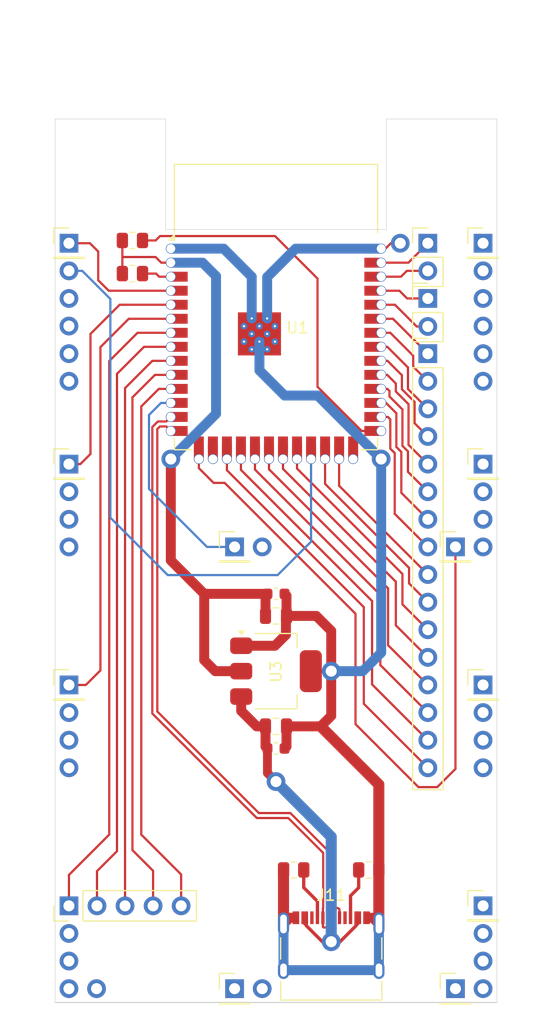
<source format=kicad_pcb>
(kicad_pcb (version 20241229) (generator "pcbnew") (generator_version "9.0")
  (layers (0 "F.Cu" signal) (2 "B.Cu" signal) (13 "F.Paste" user) (15 "B.Paste" user) (5 "F.SilkS" user "F.Silkscreen") (7 "B.SilkS" user "B.Silkscreen") (1 "F.Mask" user) (3 "B.Mask" user) (25 "Edge.Cuts" user))
  (net 0 "")
  (net 1 "y0")
  (net 2 "GND")
  (net 3 "Net-(J12-Pin_2)")
  (net 4 "y1")
  (net 5 "unconnected-(U1-IO21-Pad23)")
  (net 6 "y2")
  (net 7 "y3")
  (net 8 "Net-(J12-Pin_1)")
  (net 9 "y4")
  (net 10 "d+")
  (net 11 "y5")
  (net 12 "y6")
  (net 13 "y7")
  (net 14 "x0")
  (net 15 "unconnected-(U1-IO45-Pad26)")
  (net 16 "Net-(J4-Pin_1)")
  (net 17 "unconnected-(U1-IO46-Pad16)")
  (net 18 "d-")
  (net 19 "Net-(J4-Pin_2)")
  (net 20 "x1")
  (net 21 "Net-(J11-CC2)")
  (net 22 "Net-(J11-CC1)")
  (net 25 "Net-(U1-EN)")
  (net 26 "Net-(U1-IO0)")
  (net 27 "+3V3")
  (net 28 "+5V")
  (net 29 "Net-(J13-Pin_6)")
  (net 30 "Net-(J13-Pin_7)")
  (net 31 "Net-(J13-Pin_4)")
  (net 32 "Net-(J13-Pin_2)")
  (net 33 "Net-(J13-Pin_3)")
  (net 34 "Net-(J13-Pin_1)")
  (net 35 "Net-(J13-Pin_5)")
  (net 36 "Net-(J13-Pin_8)")
  (net 37 "v14")
  (net 38 "v11")
  (net 39 "v13")
  (net 40 "v15")
  (net 41 "v9")
  (net 42 "v10")
  (net 43 "v12")
  (net 44 "v16")
  (footprint "RF_Module:ESP32-S3-WROOM-1" (layer "F.Cu") (at 40 37)
    (property "Reference" "U1" (at 1.95 1.9 0) (layer "F.SilkS"))
    (property "Value" "ESP32-S3-WROOM-1" (hide yes))
    (pad "1" smd rect (at -8.75 -5.26) (size 1.5 0.9) (layers "F.Cu" "F.Mask" "F.Paste") (net 2 "GND"))
    (pad "2" smd rect (at -8.75 -3.99) (size 1.5 0.9) (layers "F.Cu" "F.Mask" "F.Paste") (net 27 "+3V3"))
    (pad "3" smd rect (at -8.75 -2.72) (size 1.5 0.9) (layers "F.Cu" "F.Mask" "F.Paste") (net 25 "Net-(U1-EN)"))
    (pad "4" smd rect (at -8.75 -1.45) (size 1.5 0.9) (layers "F.Cu" "F.Mask" "F.Paste") (net 1 "y0"))
    (pad "5" smd rect (at -8.75 -0.18) (size 1.5 0.9) (layers "F.Cu" "F.Mask" "F.Paste") (net 4 "y1"))
    (pad "6" smd rect (at -8.75 1.09) (size 1.5 0.9) (layers "F.Cu" "F.Mask" "F.Paste") (net 6 "y2"))
    (pad "7" smd rect (at -8.75 2.36) (size 1.5 0.9) (layers "F.Cu" "F.Mask" "F.Paste") (net 7 "y3"))
    (pad "8" smd rect (at -8.75 3.63) (size 1.5 0.9) (layers "F.Cu" "F.Mask" "F.Paste") (net 9 "y4"))
    (pad "9" smd rect (at -8.75 4.9) (size 1.5 0.9) (layers "F.Cu" "F.Mask" "F.Paste") (net 11 "y5"))
    (pad "10" smd rect (at -8.75 6.17) (size 1.5 0.9) (layers "F.Cu" "F.Mask" "F.Paste") (net 12 "y6"))
    (pad "11" smd rect (at -8.75 7.44) (size 1.5 0.9) (layers "F.Cu" "F.Mask" "F.Paste") (net 13 "y7"))
    (pad "12" smd rect (at -8.75 8.71) (size 1.5 0.9) (layers "F.Cu" "F.Mask" "F.Paste") (net 20 "x1"))
    (pad "13" smd rect (at -8.75 9.98) (size 1.5 0.9) (layers "F.Cu" "F.Mask" "F.Paste") (net 18 "d-"))
    (pad "14" smd rect (at -8.75 11.25 180) (size 1.5 0.9) (layers "F.Cu" "F.Mask" "F.Paste") (net 10 "d+"))
    (pad "15" smd rect (at -6.985 12.5 270) (size 1.5 0.9) (layers "F.Cu" "F.Mask" "F.Paste") (net 14 "x0"))
    (pad "16" smd rect (at -5.715 12.5 270) (size 1.5 0.9) (layers "F.Cu" "F.Mask" "F.Paste") (net 17 "unconnected-(U1-IO46-Pad16)"))
    (pad "17" smd rect (at -4.445 12.5 270) (size 1.5 0.9) (layers "F.Cu" "F.Mask" "F.Paste") (net 44 "v16"))
    (pad "18" smd rect (at -3.175 12.5 270) (size 1.5 0.9) (layers "F.Cu" "F.Mask" "F.Paste") (net 40 "v15"))
    (pad "19" smd rect (at -1.905 12.5 270) (size 1.5 0.9) (layers "F.Cu" "F.Mask" "F.Paste") (net 37 "v14"))
    (pad "20" smd rect (at -0.635 12.5 270) (size 1.5 0.9) (layers "F.Cu" "F.Mask" "F.Paste") (net 39 "v13"))
    (pad "21" smd rect (at 0.635 12.5 270) (size 1.5 0.9) (layers "F.Cu" "F.Mask" "F.Paste") (net 43 "v12"))
    (pad "22" smd rect (at 1.905 12.5 270) (size 1.5 0.9) (layers "F.Cu" "F.Mask" "F.Paste") (net 38 "v11"))
    (pad "23" smd rect (at 3.175 12.5 270) (size 1.5 0.9) (layers "F.Cu" "F.Mask" "F.Paste") (net 5 "unconnected-(U1-IO21-Pad23)"))
    (pad "24" smd rect (at 4.445 12.5 270) (size 1.5 0.9) (layers "F.Cu" "F.Mask" "F.Paste") (net 42 "v10"))
    (pad "25" smd rect (at 5.715 12.5 270) (size 1.5 0.9) (layers "F.Cu" "F.Mask" "F.Paste") (net 41 "v9"))
    (pad "26" smd rect (at 6.985 12.5 270) (size 1.5 0.9) (layers "F.Cu" "F.Mask" "F.Paste") (net 15 "unconnected-(U1-IO45-Pad26)"))
    (pad "27" smd rect (at 8.75 11.25) (size 1.5 0.9) (layers "F.Cu" "F.Mask" "F.Paste") (net 26 "Net-(U1-IO0)"))
    (pad "28" smd rect (at 8.75 9.98) (size 1.5 0.9) (layers "F.Cu" "F.Mask" "F.Paste") (net 36 "Net-(J13-Pin_8)"))
    (pad "29" smd rect (at 8.75 8.71) (size 1.5 0.9) (layers "F.Cu" "F.Mask" "F.Paste") (net 30 "Net-(J13-Pin_7)"))
    (pad "30" smd rect (at 8.75 7.44) (size 1.5 0.9) (layers "F.Cu" "F.Mask" "F.Paste") (net 29 "Net-(J13-Pin_6)"))
    (pad "31" smd rect (at 8.75 6.17) (size 1.5 0.9) (layers "F.Cu" "F.Mask" "F.Paste") (net 35 "Net-(J13-Pin_5)"))
    (pad "32" smd rect (at 8.75 4.9) (size 1.5 0.9) (layers "F.Cu" "F.Mask" "F.Paste") (net 31 "Net-(J13-Pin_4)"))
    (pad "33" smd rect (at 8.75 3.63) (size 1.5 0.9) (layers "F.Cu" "F.Mask" "F.Paste") (net 33 "Net-(J13-Pin_3)"))
    (pad "34" smd rect (at 8.75 2.36) (size 1.5 0.9) (layers "F.Cu" "F.Mask" "F.Paste") (net 32 "Net-(J13-Pin_2)"))
    (pad "35" smd rect (at 8.75 1.09) (size 1.5 0.9) (layers "F.Cu" "F.Mask" "F.Paste") (net 34 "Net-(J13-Pin_1)"))
    (pad "36" smd rect (at 8.75 -0.18) (size 1.5 0.9) (layers "F.Cu" "F.Mask" "F.Paste") (net 3 "Net-(J12-Pin_2)"))
    (pad "37" smd rect (at 8.75 -1.45) (size 1.5 0.9) (layers "F.Cu" "F.Mask" "F.Paste") (net 8 "Net-(J12-Pin_1)"))
    (pad "38" smd rect (at 8.75 -2.72) (size 1.5 0.9) (layers "F.Cu" "F.Mask" "F.Paste") (net 19 "Net-(J4-Pin_2)"))
    (pad "39" smd rect (at 8.75 -3.99) (size 1.5 0.9) (layers "F.Cu" "F.Mask" "F.Paste") (net 16 "Net-(J4-Pin_1)"))
    (pad "40" smd rect (at 8.75 -5.26) (size 1.5 0.9) (layers "F.Cu" "F.Mask" "F.Paste") (net 2 "GND"))
    (pad "41" thru_hole circle (at -2.9 1.76 90) (size 0.6 0.6) (drill 0.2) (property pad_prop_heatsink) (layers "*.Cu" "F.Mask") (net 2 "GND"))
    (pad "41" thru_hole circle (at -2.9 3.16) (size 0.6 0.6) (drill 0.2) (property pad_prop_heatsink) (layers "*.Cu" "F.Mask") (net 2 "GND"))
    (pad "41" thru_hole circle (at -2.2 1.06) (size 0.6 0.6) (drill 0.2) (property pad_prop_heatsink) (layers "*.Cu" "F.Mask") (net 2 "GND"))
    (pad "41" thru_hole circle (at -2.2 2.46) (size 0.6 0.6) (drill 0.2) (property pad_prop_heatsink) (layers "*.Cu" "F.Mask") (net 2 "GND"))
    (pad "41" thru_hole circle (at -2.2 3.86) (size 0.6 0.6) (drill 0.2) (property pad_prop_heatsink) (layers "*.Cu" "F.Mask") (net 2 "GND"))
    (pad "41" thru_hole circle (at -1.5 1.76) (size 0.6 0.6) (drill 0.2) (property pad_prop_heatsink) (layers "*.Cu" "F.Mask") (net 2 "GND"))
    (pad "41" smd rect (at -1.5 2.46 270) (size 3.9 3.9) (property pad_prop_heatsink) (layers "F.Cu" "F.Mask") (net 2 "GND"))
    (pad "41" thru_hole circle (at -1.5 3.16) (size 0.6 0.6) (drill 0.2) (property pad_prop_heatsink) (layers "*.Cu" "F.Mask") (net 2 "GND"))
    (pad "41" thru_hole circle (at -0.8 1.06) (size 0.6 0.6) (drill 0.2) (property pad_prop_heatsink) (layers "*.Cu" "F.Mask") (net 2 "GND"))
    (pad "41" thru_hole circle (at -0.8 2.46) (size 0.6 0.6) (drill 0.2) (property pad_prop_heatsink) (layers "*.Cu" "F.Mask") (net 2 "GND"))
    (pad "41" thru_hole circle (at -0.8 3.86) (size 0.6 0.6) (drill 0.2) (property pad_prop_heatsink) (layers "*.Cu" "F.Mask") (net 2 "GND"))
    (pad "41" thru_hole circle (at -0.1 1.76) (size 0.6 0.6) (drill 0.2) (property pad_prop_heatsink) (layers "*.Cu" "F.Mask") (net 2 "GND"))
    (pad "41" thru_hole circle (at -0.1 3.16) (size 0.6 0.6) (drill 0.2) (property pad_prop_heatsink) (layers "*.Cu" "F.Mask") (net 2 "GND"))
  )
  (footprint "Connector_PinHeader_2.54mm:PinHeader_1x02_P2.54mm_Vertical" (layer "F.Cu") (at 53.75 36.25)
    (property "Reference" "J12" (hide yes))
    (property "Value" "Conn_01x02_Pin" (hide yes))
    (pad "1" thru_hole rect (at 0 0) (size 1.7 1.7) (drill 1) (layers "*.Cu" "*.Mask") (net 8 "Net-(J12-Pin_1)"))
    (pad "2" thru_hole circle (at 0 2.54) (size 1.7 1.7) (drill 1) (layers "*.Cu" "*.Mask") (net 3 "Net-(J12-Pin_2)"))
  )
  (footprint "Resistor_SMD:R_0805_2012Metric" (layer "F.Cu") (at 41.6 88 180)
    (property "Reference" "5.1k")
    (property "Value" "5.1k")
    (pad "1" smd roundrect (at -0.9125 0 180) (size 1.025 1.4) (layers "F.Cu" "F.Mask" "F.Paste") (roundrect_rratio 0.243902) (net 22 "Net-(J11-CC1)"))
    (pad "2" smd roundrect (at 0.9125 0 180) (size 1.025 1.4) (layers "F.Cu" "F.Mask" "F.Paste") (roundrect_rratio 0.243902) (net 2 "GND"))
  )
  (footprint "Resistor_SMD:R_0805_2012Metric" (layer "F.Cu") (at 48.4 88)
    (property "Reference" "5.1k")
    (property "Value" "5.1k")
    (pad "1" smd roundrect (at -0.9125 0) (size 1.025 1.4) (layers "F.Cu" "F.Mask" "F.Paste") (roundrect_rratio 0.243902) (net 21 "Net-(J11-CC2)"))
    (pad "2" smd roundrect (at 0.9125 0) (size 1.025 1.4) (layers "F.Cu" "F.Mask" "F.Paste") (roundrect_rratio 0.243902) (net 2 "GND"))
  )
  (footprint "Connector_PinHeader_2.54mm:PinHeader_1x01_P2.54mm_Vertical" (layer "F.Cu") (at 56.25 98.75)
    (property "Reference" "J9" (hide yes))
    (property "Value" "Conn_01x01_Pin")
    (pad "1" thru_hole rect (at 0 0) (size 1.7 1.7) (drill 1) (layers "*.Cu" "*.Mask"))
  )
  (footprint "Connector_PinHeader_2.54mm:PinHeader_1x01_P2.54mm_Vertical" (layer "F.Cu") (at 21.25 71.25)
    (property "Reference" "y2")
    (property "Value" "Conn_01x01_Pin")
    (pad "1" thru_hole rect (at 0 0) (size 1.7 1.7) (drill 1) (layers "*.Cu" "*.Mask") (net 6 "y2"))
  )
  (footprint "Connector_PinHeader_2.54mm:PinHeader_1x01_P2.54mm_Vertical" (layer "F.Cu") (at 56.25 58.75)
    (property "Reference" "-1")
    (property "Value" "Conn_01x01_Pin")
    (pad "1" thru_hole rect (at 0 0) (size 1.7 1.7) (drill 1) (layers "*.Cu" "*.Mask") (net 14 "x0"))
  )
  (footprint "Connector_PinHeader_2.54mm:PinHeader_1x01_P2.54mm_Vertical" (layer "F.Cu") (at 58.75 91.25)
    (property "Reference" "y3")
    (property "Value" "Conn_01x01_Pin")
    (pad "1" thru_hole rect (at 0 0) (size 1.7 1.7) (drill 1) (layers "*.Cu" "*.Mask"))
  )
  (footprint "Connector_PinHeader_2.54mm:PinHeader_1x01_P2.54mm_Vertical" (layer "F.Cu") (at 36.25 58.75)
    (property "Reference" "-2")
    (property "Value" "Conn_01x01_Pin")
    (pad "1" thru_hole rect (at 0 0) (size 1.7 1.7) (drill 1) (layers "*.Cu" "*.Mask") (net 20 "x1"))
  )
  (footprint "Connector_PinHeader_2.54mm:PinHeader_1x01_P2.54mm_Vertical" (layer "F.Cu") (at 58.75 51.25)
    (property "Reference" "y1")
    (property "Value" "Conn_01x01_Pin" (hide yes))
    (pad "1" thru_hole rect (at 0 0) (size 1.7 1.7) (drill 1) (layers "*.Cu" "*.Mask"))
  )
  (footprint "Connector_USB:USB_C_Receptacle_XKB_U262-16XN-4BVC11" (layer "F.Cu") (at 45 96)
    (property "Reference" "J11" (at 0 -5.715 0) (layer "F.SilkS"))
    (property "Value" "USB_C_Receptacle_USB2.0_16P")
    (pad "" np_thru_hole circle (at -2.89 -2.605) (size 0.65 0.65) (drill 0.65) (layers "*.Cu" "*.Mask"))
    (pad "" np_thru_hole circle (at 2.89 -2.605) (size 0.65 0.65) (drill 0.65) (layers "*.Cu" "*.Mask"))
    (pad "A1" smd rect (at -3.35 -3.67) (size 0.3 1.15) (layers "F.Cu" "F.Mask" "F.Paste") (net 2 "GND"))
    (pad "A4" smd rect (at -2.55 -3.67) (size 0.3 1.15) (layers "F.Cu" "F.Mask" "F.Paste") (net 28 "+5V"))
    (pad "A5" smd rect (at -1.25 -3.67) (size 0.3 1.15) (layers "F.Cu" "F.Mask" "F.Paste") (net 22 "Net-(J11-CC1)"))
    (pad "A6" smd rect (at -0.25 -3.67) (size 0.3 1.15) (layers "F.Cu" "F.Mask" "F.Paste") (net 10 "d+"))
    (pad "A7" smd rect (at 0.25 -3.67) (size 0.3 1.15) (layers "F.Cu" "F.Mask" "F.Paste") (net 18 "d-"))
    (pad "A8" smd rect (at 1.25 -3.67) (size 0.3 1.15) (layers "F.Cu" "F.Mask" "F.Paste"))
    (pad "A9" smd rect (at 2.55 -3.67) (size 0.3 1.15) (layers "F.Cu" "F.Mask" "F.Paste") (net 28 "+5V"))
    (pad "A12" smd rect (at 3.35 -3.67) (size 0.3 1.15) (layers "F.Cu" "F.Mask" "F.Paste") (net 2 "GND"))
    (pad "B1" smd rect (at 3.05 -3.67) (size 0.3 1.15) (layers "F.Cu" "F.Mask" "F.Paste") (net 2 "GND"))
    (pad "B4" smd rect (at 2.25 -3.67) (size 0.3 1.15) (layers "F.Cu" "F.Mask" "F.Paste") (net 28 "+5V"))
    (pad "B5" smd rect (at 1.75 -3.67) (size 0.3 1.15) (layers "F.Cu" "F.Mask" "F.Paste") (net 21 "Net-(J11-CC2)"))
    (pad "B6" smd rect (at 0.75 -3.67) (size 0.3 1.15) (layers "F.Cu" "F.Mask" "F.Paste") (net 10 "d+"))
    (pad "B7" smd rect (at -0.75 -3.67) (size 0.3 1.15) (layers "F.Cu" "F.Mask" "F.Paste") (net 18 "d-"))
    (pad "B8" smd rect (at -1.75 -3.67) (size 0.3 1.15) (layers "F.Cu" "F.Mask" "F.Paste"))
    (pad "B9" smd rect (at -2.25 -3.67) (size 0.3 1.15) (layers "F.Cu" "F.Mask" "F.Paste") (net 28 "+5V"))
    (pad "B12" smd rect (at -3.05 -3.67) (size 0.3 1.15) (layers "F.Cu" "F.Mask" "F.Paste") (net 2 "GND"))
    (pad "S1" thru_hole oval (at -4.32 -3.105) (size 1 2.1) (drill oval 0.6 1.7) (property pad_prop_heatsink) (layers "*.Cu" "*.Mask") (net 2 "GND"))
    (pad "S1" thru_hole oval (at -4.32 1.075) (size 1 1.6) (drill oval 0.6 1.2) (property pad_prop_heatsink) (layers "*.Cu" "*.Mask") (net 2 "GND"))
    (pad "S1" thru_hole oval (at 4.32 -3.105) (size 1 2.1) (drill oval 0.6 1.7) (property pad_prop_heatsink) (layers "*.Cu" "*.Mask") (net 2 "GND"))
    (pad "S1" thru_hole oval (at 4.32 1.075) (size 1 1.6) (drill oval 0.6 1.2) (property pad_prop_heatsink) (layers "*.Cu" "*.Mask") (net 2 "GND"))
  )
  (footprint "Connector_PinHeader_2.54mm:PinHeader_1x01_P2.54mm_Vertical" (layer "F.Cu") (at 58.75 31.25)
    (property "Reference" "y0")
    (property "Value" "Conn_01x01_Pin" (hide yes))
    (pad "1" thru_hole rect (at 0 0) (size 1.7 1.7) (drill 1) (layers "*.Cu" "*.Mask"))
  )
  (footprint "Connector_PinHeader_2.54mm:PinHeader_1x01_P2.54mm_Vertical" (layer "F.Cu") (at 58.75 71.25)
    (property "Reference" "y2")
    (property "Value" "Conn_01x01_Pin")
    (pad "1" thru_hole rect (at 0 0) (size 1.7 1.7) (drill 1) (layers "*.Cu" "*.Mask"))
  )
  (footprint "Capacitor_SMD:C_0603_1608Metric" (layer "F.Cu") (at 40 77)
    (property "Reference" "0.1uf")
    (property "Value" "0.1uf")
    (pad "1" smd roundrect (at -0.775 0) (size 0.9 0.95) (layers "F.Cu" "F.Mask" "F.Paste") (net 28 "+5V"))
    (pad "2" smd roundrect (at 0.775 0) (size 0.9 0.95) (layers "F.Cu" "F.Mask" "F.Paste") (net 2 "GND"))
  )
  (footprint "Connector_PinHeader_2.54mm:PinHeader_1x01_P2.54mm_Vertical" (layer "F.Cu") (at 21.25 31.25)
    (property "Reference" "y0")
    (property "Value" "Conn_01x01_Pin")
    (pad "1" thru_hole rect (at 0 0) (size 1.7 1.7) (drill 1) (layers "*.Cu" "*.Mask") (net 1 "y0"))
  )
  (footprint "Connector_PinHeader_2.54mm:PinHeader_1x02_P2.54mm_Vertical" (layer "F.Cu") (at 53.75 31.25)
    (property "Reference" "J4" (hide yes))
    (property "Value" "Conn_01x02_Pin" (hide yes))
    (pad "1" thru_hole rect (at 0 0) (size 1.7 1.7) (drill 1) (layers "*.Cu" "*.Mask") (net 16 "Net-(J4-Pin_1)"))
    (pad "2" thru_hole circle (at 0 2.5) (size 1.7 1.7) (drill 1) (layers "*.Cu" "*.Mask") (net 19 "Net-(J4-Pin_2)"))
  )
  (footprint "Capacitor_SMD:C_0805_2012Metric" (layer "F.Cu") (at 40 65)
    (property "Reference" "10uf")
    (property "Value" "10uf")
    (pad "1" smd roundrect (at -0.95 0) (size 1 1.45) (layers "F.Cu" "F.Mask" "F.Paste") (net 27 "+3V3"))
    (pad "2" smd roundrect (at 0.95 0) (size 1 1.45) (layers "F.Cu" "F.Mask" "F.Paste") (net 2 "GND"))
  )
  (footprint "Connector_PinHeader_2.54mm:PinHeader_1x01_P2.54mm_Vertical" (layer "F.Cu") (at 21.25 51.25)
    (property "Reference" "y1")
    (property "Value" "Conn_01x01_Pin")
    (pad "1" thru_hole rect (at 0 0) (size 1.7 1.7) (drill 1) (layers "*.Cu" "*.Mask") (net 4 "y1"))
  )
  (footprint "Connector_PinHeader_2.54mm:PinHeader_1x05_P2.54mm_Vertical" (layer "F.Cu") (at 21.25 91.25 90)
    (property "Reference" "y3")
    (property "Value" "Conn_01x05_Pin")
    (pad "1" thru_hole rect (at 0 0 90) (size 1.7 1.7) (drill 1) (layers "*.Cu" "*.Mask") (net 7 "y3"))
    (pad "2" thru_hole circle (at 0 2.54 90) (size 1.7 1.7) (drill 1) (layers "*.Cu" "*.Mask") (net 9 "y4"))
    (pad "3" thru_hole circle (at 0 5.08 90) (size 1.7 1.7) (drill 1) (layers "*.Cu" "*.Mask") (net 11 "y5"))
    (pad "4" thru_hole circle (at 0 7.62 90) (size 1.7 1.7) (drill 1) (layers "*.Cu" "*.Mask") (net 12 "y6"))
    (pad "5" thru_hole circle (at 0 10.16 90) (size 1.7 1.7) (drill 1) (layers "*.Cu" "*.Mask") (net 13 "y7"))
  )
  (footprint "Resistor_SMD:R_0805_2012Metric" (layer "F.Cu") (at 27 31)
    (property "Reference" "10k")
    (property "Value" "R")
    (pad "1" smd roundrect (at -0.9125 0) (size 1.025 1.4) (layers "F.Cu" "F.Mask" "F.Paste") (roundrect_rratio 0.243902) (net 27 "+3V3"))
    (pad "2" smd roundrect (at 0.9125 0) (size 1.025 1.4) (layers "F.Cu" "F.Mask" "F.Paste") (roundrect_rratio 0.243902) (net 26 "Net-(U1-IO0)"))
  )
  (footprint "Package_TO_SOT_SMD:SOT-223" (layer "F.Cu") (at 40 70)
    (property "Reference" "U3" (at 0 0.05 90) (layer "F.SilkS"))
    (property "Value" "TLV1117-33")
    (pad "1" smd roundrect (at -3.15 -2.3) (size 2 1.5) (layers "F.Cu" "F.Mask" "F.Paste") (net 2 "GND"))
    (pad "2" smd roundrect (at -3.15 0) (size 2 1.5) (layers "F.Cu" "F.Mask" "F.Paste") (net 27 "+3V3"))
    (pad "3" smd roundrect (at -3.15 2.3) (size 2 1.5) (layers "F.Cu" "F.Mask" "F.Paste") (net 28 "+5V"))
    (pad "4" smd roundrect (at 3.15 0) (size 2 3.8) (layers "F.Cu" "F.Mask" "F.Paste"))
  )
  (footprint "Connector_PinHeader_2.54mm:PinHeader_1x16_P2.54mm_Vertical" (layer "F.Cu") (at 53.75 41.25)
    (property "Reference" "J13" (hide yes))
    (property "Value" "Conn_01x16_Pin")
    (pad "1" thru_hole rect (at 0 0) (size 1.7 1.7) (drill 1) (layers "*.Cu" "*.Mask") (net 34 "Net-(J13-Pin_1)"))
    (pad "2" thru_hole circle (at 0 2.5) (size 1.7 1.7) (drill 1) (layers "*.Cu" "*.Mask") (net 32 "Net-(J13-Pin_2)"))
    (pad "3" thru_hole circle (at 0 5) (size 1.7 1.7) (drill 1) (layers "*.Cu" "*.Mask") (net 33 "Net-(J13-Pin_3)"))
    (pad "4" thru_hole circle (at 0 7.5) (size 1.7 1.7) (drill 1) (layers "*.Cu" "*.Mask") (net 31 "Net-(J13-Pin_4)"))
    (pad "5" thru_hole circle (at 0 10) (size 1.7 1.7) (drill 1) (layers "*.Cu" "*.Mask") (net 35 "Net-(J13-Pin_5)"))
    (pad "6" thru_hole circle (at 0 12.5) (size 1.7 1.7) (drill 1) (layers "*.Cu" "*.Mask") (net 29 "Net-(J13-Pin_6)"))
    (pad "7" thru_hole circle (at 0 15) (size 1.7 1.7) (drill 1) (layers "*.Cu" "*.Mask") (net 30 "Net-(J13-Pin_7)"))
    (pad "8" thru_hole circle (at 0 17.5) (size 1.7 1.7) (drill 1) (layers "*.Cu" "*.Mask") (net 36 "Net-(J13-Pin_8)"))
    (pad "9" thru_hole circle (at 0 20) (size 1.7 1.7) (drill 1) (layers "*.Cu" "*.Mask") (net 41 "v9"))
    (pad "10" thru_hole circle (at 0 22.5) (size 1.7 1.7) (drill 1) (layers "*.Cu" "*.Mask") (net 42 "v10"))
    (pad "11" thru_hole circle (at 0 25) (size 1.7 1.7) (drill 1) (layers "*.Cu" "*.Mask") (net 38 "v11"))
    (pad "12" thru_hole circle (at 0 27.5) (size 1.7 1.7) (drill 1) (layers "*.Cu" "*.Mask") (net 43 "v12"))
    (pad "13" thru_hole circle (at 0 30) (size 1.7 1.7) (drill 1) (layers "*.Cu" "*.Mask") (net 39 "v13"))
    (pad "14" thru_hole circle (at 0 32.5) (size 1.7 1.7) (drill 1) (layers "*.Cu" "*.Mask") (net 37 "v14"))
    (pad "15" thru_hole circle (at 0 35) (size 1.7 1.7) (drill 1) (layers "*.Cu" "*.Mask") (net 40 "v15"))
    (pad "16" thru_hole circle (at 0 37.5) (size 1.7 1.7) (drill 1) (layers "*.Cu" "*.Mask") (net 44 "v16"))
  )
  (footprint "Capacitor_SMD:C_0805_2012Metric" (layer "F.Cu") (at 40 75)
    (property "Reference" "10uf")
    (property "Value" "10uf")
    (pad "1" smd roundrect (at -0.95 0) (size 1 1.45) (layers "F.Cu" "F.Mask" "F.Paste") (net 28 "+5V"))
    (pad "2" smd roundrect (at 0.95 0) (size 1 1.45) (layers "F.Cu" "F.Mask" "F.Paste") (net 2 "GND"))
  )
  (footprint "Connector_PinHeader_2.54mm:PinHeader_1x01_P2.54mm_Vertical" (layer "F.Cu") (at 36.25 98.75)
    (property "Reference" "-2")
    (property "Value" "Conn_01x01_Pin")
    (pad "1" thru_hole rect (at 0 0) (size 1.7 1.7) (drill 1) (layers "*.Cu" "*.Mask"))
  )
  (footprint "Capacitor_SMD:C_0603_1608Metric" (layer "F.Cu") (at 40 63)
    (property "Reference" "0.1uf")
    (property "Value" "0.1uf")
    (pad "1" smd roundrect (at -0.775 0) (size 0.9 0.95) (layers "F.Cu" "F.Mask" "F.Paste") (net 27 "+3V3"))
    (pad "2" smd roundrect (at 0.775 0) (size 0.9 0.95) (layers "F.Cu" "F.Mask" "F.Paste") (net 2 "GND"))
  )
  (footprint "Resistor_SMD:R_0805_2012Metric" (layer "F.Cu") (at 27 34)
    (property "Reference" "10k")
    (property "Value" "R")
    (pad "1" smd roundrect (at -0.9125 0) (size 1.025 1.4) (layers "F.Cu" "F.Mask" "F.Paste") (roundrect_rratio 0.243902) (net 27 "+3V3"))
    (pad "2" smd roundrect (at 0.9125 0) (size 1.025 1.4) (layers "F.Cu" "F.Mask" "F.Paste") (roundrect_rratio 0.243902) (net 25 "Net-(U1-EN)"))
  )
  (gr_line (start 50 30) (end 50 20) (stroke (width 0.05)) (layer "Edge.Cuts"))
  (gr_line (start 50 30) (end 30 30) (stroke (width 0.05)) (layer "Edge.Cuts"))
  (gr_line (start 50 20) (end 60 20) (stroke (width 0.05)) (layer "Edge.Cuts"))
  (gr_line (start 30 20) (end 30 30) (stroke (width 0.05)) (layer "Edge.Cuts"))
  (gr_line (start 20 20) (end 30 20) (stroke (width 0.05)) (layer "Edge.Cuts"))
  (gr_line (start 20 100) (end 20 20) (stroke (width 0.05)) (layer "Edge.Cuts"))
  (gr_line (start 20 100) (end 60 100) (stroke (width 0.1)) (layer "Edge.Cuts"))
  (gr_line (start 60 100) (end 60 20) (stroke (width 0.05)) (layer "Edge.Cuts"))
  (via (at 58.75 96.25) (size 1.7) (drill 1) (layers "F.Cu" "B.Cu") (net 0))
  (via (at 21.25 38.75) (size 1.7) (drill 1) (layers "F.Cu" "B.Cu") (net 0))
  (via (at 21.25 36.25) (size 1.7) (drill 1) (layers "F.Cu" "B.Cu") (net 0))
  (via (at 58.75 38.75) (size 1.7) (drill 1) (layers "F.Cu" "B.Cu") (net 0))
  (via (at 21.25 98.75) (size 1.7) (drill 1) (layers "F.Cu" "B.Cu") (net 0))
  (via (at 38.75 58.75) (size 1.7) (drill 1) (layers "F.Cu" "B.Cu") (net 0))
  (via (at 58.75 58.75) (size 1.7) (drill 1) (layers "F.Cu" "B.Cu") (net 0))
  (via (at 21.25 73.75) (size 1.7) (drill 1) (layers "F.Cu" "B.Cu") (net 0))
  (via (at 21.25 53.75) (size 1.7) (drill 1) (layers "F.Cu" "B.Cu") (net 0))
  (via (at 21.25 43.75) (size 1.7) (drill 1) (layers "F.Cu" "B.Cu") (net 0))
  (via (at 58.75 93.75) (size 1.7) (drill 1) (layers "F.Cu" "B.Cu") (net 0))
  (via (at 58.75 33.75) (size 1.7) (drill 1) (layers "F.Cu" "B.Cu") (net 0))
  (via (at 21.25 78.75) (size 1.7) (drill 1) (layers "F.Cu" "B.Cu") (net 0))
  (via (at 58.75 43.75) (size 1.7) (drill 1) (layers "F.Cu" "B.Cu") (net 0))
  (via (at 21.25 93.75) (size 1.7) (drill 1) (layers "F.Cu" "B.Cu") (net 0))
  (via (at 21.25 56.25) (size 1.7) (drill 1) (layers "F.Cu" "B.Cu") (net 0))
  (via (at 21.25 41.25) (size 1.7) (drill 1) (layers "F.Cu" "B.Cu") (net 0))
  (via (at 21.25 76.25) (size 1.7) (drill 1) (layers "F.Cu" "B.Cu") (net 0))
  (via (at 23.75 98.75) (size 1.7) (drill 1) (layers "F.Cu" "B.Cu") (net 0))
  (via (at 38.75 98.75) (size 1.7) (drill 1) (layers "F.Cu" "B.Cu") (net 0))
  (via (at 58.75 53.75) (size 1.7) (drill 1) (layers "F.Cu" "B.Cu") (net 0))
  (via (at 21.25 96.25) (size 1.7) (drill 1) (layers "F.Cu" "B.Cu") (net 0))
  (via (at 58.75 56.25) (size 1.7) (drill 1) (layers "F.Cu" "B.Cu") (net 0))
  (via (at 58.75 73.75) (size 1.7) (drill 1) (layers "F.Cu" "B.Cu") (net 0))
  (via (at 58.75 41.25) (size 1.7) (drill 1) (layers "F.Cu" "B.Cu") (net 0))
  (via (at 58.75 76.25) (size 1.7) (drill 1) (layers "F.Cu" "B.Cu") (net 0))
  (via (at 58.75 98.75) (size 1.7) (drill 1) (layers "F.Cu" "B.Cu") (net 0))
  (via (at 58.75 78.75) (size 1.7) (drill 1) (layers "F.Cu" "B.Cu") (net 0))
  (via (at 58.75 36.25) (size 1.7) (drill 1) (layers "F.Cu" "B.Cu") (net 0))
  (via (at 21.25 58.75) (size 1.7) (drill 1) (layers "F.Cu" "B.Cu") (net 0))
  (segment (start 23.9 34.6) (end 23.9 32) (width 0.2) (layer "F.Cu") (net 1))
  (segment (start 24.85 35.55) (end 23.9 34.6) (width 0.2) (layer "F.Cu") (net 1))
  (segment (start 23.9 32) (end 23.15 31.25) (width 0.2) (layer "F.Cu") (net 1))
  (segment (start 30.475 35.55) (end 24.85 35.55) (width 0.2) (layer "F.Cu") (net 1))
  (segment (start 23.15 31.25) (end 21.25 31.25) (width 0.2) (layer "F.Cu") (net 1))
  (via (at 30.475 35.55) (size 0.9) (drill 0.8) (layers "F.Cu" "B.Cu") (net 1))
  (segment (start 40.95 63.175) (end 40.775 63) (width 0.9) (layer "F.Cu") (net 2))
  (segment (start 43.65 65) (end 40.95 65) (width 0.9) (layer "F.Cu") (net 2))
  (segment (start 40.95 75) (end 40.95 76.825) (width 0.9) (layer "F.Cu") (net 2))
  (segment (start 40.9 66.7) (end 40.9 65.05) (width 0.9) (layer "F.Cu") (net 2))
  (segment (start 44.05 75) (end 49.3125 80.2625) (width 1) (layer "F.Cu") (net 2))
  (segment (start 51.25 31.25) (end 50.4 31.25) (width 0.2) (layer "F.Cu") (net 2))
  (segment (start 49.3125 92.8875) (end 49.32 92.895) (width 1) (layer "F.Cu") (net 2))
  (segment (start 50.4 31.25) (end 49.91 31.74) (width 0.2) (layer "F.Cu") (net 2))
  (segment (start 48.35 92.33) (end 48.755 92.33) (width 0.9) (layer "F.Cu") (net 2))
  (segment (start 48.755 92.33) (end 49.32 92.895) (width 0.9) (layer "F.Cu") (net 2))
  (segment (start 49.91 31.74) (end 49.525 31.74) (width 0.2) (layer "F.Cu") (net 2))
  (segment (start 45 66.35) (end 43.65 65) (width 0.9) (layer "F.Cu") (net 2))
  (segment (start 41.5 75) (end 40.95 75) (width 0.9) (layer "F.Cu") (net 2))
  (segment (start 41.245 92.33) (end 40.68 92.895) (width 0.9) (layer "F.Cu") (net 2))
  (segment (start 45 70) (end 45 66.35) (width 0.9) (layer "F.Cu") (net 2))
  (segment (start 36.85 67.7) (end 39.9 67.7) (width 0.9) (layer "F.Cu") (net 2))
  (segment (start 40.68 92.895) (end 40.68 88.0075) (width 1) (layer "F.Cu") (net 2))
  (segment (start 45 74.05) (end 45 70) (width 0.9) (layer "F.Cu") (net 2))
  (segment (start 39.9 67.7) (end 40.9 66.7) (width 0.9) (layer "F.Cu") (net 2))
  (segment (start 40.95 76.825) (end 40.775 77) (width 0.9) (layer "F.Cu") (net 2))
  (segment (start 44.05 75) (end 45 74.05) (width 0.9) (layer "F.Cu") (net 2))
  (segment (start 40.95 65) (end 40.95 63.175) (width 0.9) (layer "F.Cu") (net 2))
  (segment (start 49.3125 80.2625) (end 49.3125 92.8875) (width 1) (layer "F.Cu") (net 2))
  (segment (start 41.65 92.33) (end 41.245 92.33) (width 0.9) (layer "F.Cu") (net 2))
  (segment (start 40.95 75) (end 44.05 75) (width 0.9) (layer "F.Cu") (net 2))
  (segment (start 40.68 88.0075) (end 40.6875 88) (width 1) (layer "F.Cu") (net 2))
  (via (at 30.475 31.74) (size 0.9) (drill 0.8) (layers "F.Cu" "B.Cu") (net 2))
  (via (at 49.525 50.79) (size 1.7) (drill 1) (layers "F.Cu" "B.Cu") (net 2))
  (via (at 45 70) (size 1.7) (drill 1) (layers "F.Cu" "B.Cu") (net 2))
  (via (at 51.25 31.25) (size 1.7) (drill 1) (layers "F.Cu" "B.Cu") (net 2))
  (via (at 49.525 31.74) (size 0.9) (drill 0.8) (layers "F.Cu" "B.Cu") (net 2))
  (segment (start 41.78 31.74) (end 49.525 31.74) (width 0.9) (layer "B.Cu") (net 2))
  (segment (start 40.68 92.895) (end 40.68 97.075) (width 0.9) (layer "B.Cu") (net 2))
  (segment (start 35.26 31.74) (end 30.475 31.74) (width 0.9) (layer "B.Cu") (net 2))
  (segment (start 39.2 38.06) (end 39.2 34.32) (width 0.9) (layer "B.Cu") (net 2))
  (segment (start 39.2 34.32) (end 41.78 31.74) (width 0.9) (layer "B.Cu") (net 2))
  (segment (start 40.68 97.075) (end 49.32 97.075) (width 0.9) (layer "B.Cu") (net 2))
  (segment (start 43.775 45.04) (end 40.775 45.04) (width 0.9) (layer "B.Cu") (net 2))
  (segment (start 49.525 50.79) (end 43.775 45.04) (width 0.9) (layer "B.Cu") (net 2))
  (segment (start 37.8 38.06) (end 37.8 34.28) (width 0.9) (layer "B.Cu") (net 2))
  (segment (start 40.775 45.04) (end 38.5 42.765) (width 0.9) (layer "B.Cu") (net 2))
  (segment (start 49.32 92.895) (end 49.32 97.075) (width 0.9) (layer "B.Cu") (net 2))
  (segment (start 45 70) (end 47.85 70) (width 0.9) (layer "B.Cu") (net 2))
  (segment (start 47.85 70) (end 49.525 68.325) (width 0.9) (layer "B.Cu") (net 2))
  (segment (start 38.5 42.765) (end 38.5 40.16) (width 0.9) (layer "B.Cu") (net 2))
  (segment (start 37.8 34.28) (end 35.26 31.74) (width 0.9) (layer "B.Cu") (net 2))
  (segment (start 49.525 68.325) (end 49.525 50.79) (width 0.9) (layer "B.Cu") (net 2))
  (segment (start 50.77 36.82) (end 52.74 38.79) (width 0.2) (layer "F.Cu") (net 3))
  (segment (start 52.74 38.79) (end 53.75 38.79) (width 0.2) (layer "F.Cu") (net 3))
  (segment (start 49.525 36.82) (end 50.77 36.82) (width 0.2) (layer "F.Cu") (net 3))
  (via (at 49.525 36.82) (size 0.9) (drill 0.8) (layers "F.Cu" "B.Cu") (net 3))
  (segment (start 25.84 36.82) (end 23.2 39.46) (width 0.2) (layer "F.Cu") (net 4))
  (segment (start 30.475 36.82) (end 25.84 36.82) (width 0.2) (layer "F.Cu") (net 4))
  (segment (start 23.2 39.46) (end 23.2 50.33) (width 0.2) (layer "F.Cu") (net 4))
  (segment (start 23.2 50.33) (end 22.28 51.25) (width 0.2) (layer "F.Cu") (net 4))
  (segment (start 22.28 51.25) (end 21.25 51.25) (width 0.2) (layer "F.Cu") (net 4))
  (via (at 30.475 36.82) (size 0.9) (drill 0.8) (layers "F.Cu" "B.Cu") (net 4))
  (segment (start 43.175 50.785) (end 43.18 50.79) (width 0.2) (layer "F.Cu") (net 5))
  (segment (start 43.175 49.5) (end 43.175 50.785) (width 0.9) (layer "F.Cu") (net 5))
  (via (at 21.25 33.75) (size 1.7) (drill 1) (layers "F.Cu" "B.Cu") (net 5))
  (via (at 43.175 50.79) (size 0.9) (drill 0.8) (layers "F.Cu" "B.Cu") (net 5))
  (segment (start 25 36.3) (end 25 56.1) (width 0.2) (layer "B.Cu") (net 5))
  (segment (start 22.45 33.75) (end 25 36.3) (width 0.2) (layer "B.Cu") (net 5))
  (segment (start 25 56.1) (end 30.2 61.3) (width 0.2) (layer "B.Cu") (net 5))
  (segment (start 43.175 58.275) (end 43.175 50.79) (width 0.2) (layer "B.Cu") (net 5))
  (segment (start 30.2 61.3) (end 40.15 61.3) (width 0.2) (layer "B.Cu") (net 5))
  (segment (start 21.25 33.75) (end 22.45 33.75) (width 0.2) (layer "B.Cu") (net 5))
  (segment (start 40.15 61.3) (end 43.175 58.275) (width 0.2) (layer "B.Cu") (net 5))
  (segment (start 26.67 38.09) (end 30.475 38.09) (width 0.2) (layer "F.Cu") (net 6))
  (segment (start 22.78 71.25) (end 24.1 69.93) (width 0.2) (layer "F.Cu") (net 6))
  (segment (start 21.25 71.25) (end 22.78 71.25) (width 0.2) (layer "F.Cu") (net 6))
  (segment (start 24.1 69.93) (end 24.1 40.66) (width 0.2) (layer "F.Cu") (net 6))
  (segment (start 24.1 40.66) (end 26.67 38.09) (width 0.2) (layer "F.Cu") (net 6))
  (via (at 30.475 38.09) (size 0.9) (drill 0.8) (layers "F.Cu" "B.Cu") (net 6))
  (segment (start 27.46 39.36) (end 30.475 39.36) (width 0.2) (layer "F.Cu") (net 7))
  (segment (start 21.25 88.45) (end 24.9 84.8) (width 0.2) (layer "F.Cu") (net 7))
  (segment (start 21.25 91.25) (end 21.25 88.45) (width 0.2) (layer "F.Cu") (net 7))
  (segment (start 24.9 41.92) (end 27.46 39.36) (width 0.2) (layer "F.Cu") (net 7))
  (segment (start 24.9 84.8) (end 24.9 41.92) (width 0.2) (layer "F.Cu") (net 7))
  (via (at 30.475 39.36) (size 0.9) (drill 0.8) (layers "F.Cu" "B.Cu") (net 7))
  (segment (start 51.175 35.55) (end 51.875 36.25) (width 0.2) (layer "F.Cu") (net 8))
  (segment (start 51.875 36.25) (end 53.75 36.25) (width 0.2) (layer "F.Cu") (net 8))
  (segment (start 49.525 35.55) (end 51.175 35.55) (width 0.2) (layer "F.Cu") (net 8))
  (via (at 49.525 35.55) (size 0.9) (drill 0.8) (layers "F.Cu" "B.Cu") (net 8))
  (segment (start 30.475 40.63) (end 28.05 40.63) (width 0.2) (layer "F.Cu") (net 9))
  (segment (start 25.6 43.08) (end 25.6 86.3) (width 0.2) (layer "F.Cu") (net 9))
  (segment (start 25.6 86.3) (end 23.79 88.11) (width 0.2) (layer "F.Cu") (net 9))
  (segment (start 28.05 40.63) (end 25.6 43.08) (width 0.2) (layer "F.Cu") (net 9))
  (segment (start 23.79 88.11) (end 23.79 91.25) (width 0.2) (layer "F.Cu") (net 9))
  (via (at 30.475 40.63) (size 0.9) (drill 0.8) (layers "F.Cu" "B.Cu") (net 9))
  (segment (start 29.25 73.65) (end 29.25 48.078198) (width 0.2) (layer "F.Cu") (net 10))
  (segment (start 41.3 82.85) (end 38.45 82.85) (width 0.2) (layer "F.Cu") (net 10))
  (segment (start 44.75 91.503) (end 44.799 91.454) (width 0.2) (layer "F.Cu") (net 10))
  (segment (start 45.624 91.454) (end 45.75 91.58) (width 0.2) (layer "F.Cu") (net 10))
  (segment (start 45.75 91.58) (end 45.75 92.33) (width 0.2) (layer "F.Cu") (net 10))
  (segment (start 29.25 48.078198) (end 29.488197 47.840001) (width 0.2) (layer "F.Cu") (net 10))
  (segment (start 38.45 82.85) (end 29.25 73.65) (width 0.2) (layer "F.Cu") (net 10))
  (segment (start 44.75 91.467499) (end 44.725 91.442499) (width 0.2) (layer "F.Cu") (net 10))
  (segment (start 44.725 91.442499) (end 44.725 86.275) (width 0.2) (layer "F.Cu") (net 10))
  (segment (start 44.725 86.275) (end 41.3 82.85) (width 0.2) (layer "F.Cu") (net 10))
  (segment (start 44.75 92.33) (end 44.75 91.503) (width 0.2) (layer "F.Cu") (net 10))
  (segment (start 44.799 91.454) (end 45.624 91.454) (width 0.2) (layer "F.Cu") (net 10))
  (segment (start 30.065001 47.840001) (end 30.475 48.25) (width 0.2) (layer "F.Cu") (net 10))
  (segment (start 29.488197 47.840001) (end 30.065001 47.840001) (width 0.2) (layer "F.Cu") (net 10))
  (segment (start 44.75 92.33) (end 44.75 91.467499) (width 0.2) (layer "F.Cu") (net 10))
  (via (at 30.475 48.25) (size 0.9) (drill 0.8) (layers "F.Cu" "B.Cu") (net 10))
  (segment (start 26.33 44.37) (end 28.8 41.9) (width 0.2) (layer "F.Cu") (net 11))
  (segment (start 28.8 41.9) (end 30.475 41.9) (width 0.2) (layer "F.Cu") (net 11))
  (segment (start 26.33 91.25) (end 26.33 44.37) (width 0.2) (layer "F.Cu") (net 11))
  (via (at 30.475 41.9) (size 0.9) (drill 0.8) (layers "F.Cu" "B.Cu") (net 11))
  (segment (start 30.475 43.17) (end 29.04 43.17) (width 0.2) (layer "F.Cu") (net 12))
  (segment (start 27 86.20992) (end 28.87 88.07992) (width 0.2) (layer "F.Cu") (net 12))
  (segment (start 28.87 88.07992) (end 28.87 91.25) (width 0.2) (layer "F.Cu") (net 12))
  (segment (start 29.04 43.17) (end 27 45.21) (width 0.2) (layer "F.Cu") (net 12))
  (segment (start 27 45.21) (end 27 86.20992) (width 0.2) (layer "F.Cu") (net 12))
  (via (at 30.475 43.17) (size 0.9) (drill 0.8) (layers "F.Cu" "B.Cu") (net 12))
  (segment (start 27.8 84.8) (end 27.8 46.03) (width 0.2) (layer "F.Cu") (net 13))
  (segment (start 29.39 44.44) (end 30.475 44.44) (width 0.2) (layer "F.Cu") (net 13))
  (segment (start 31.41 91.25) (end 31.41 88.41) (width 0.2) (layer "F.Cu") (net 13))
  (segment (start 27.8 46.03) (end 29.39 44.44) (width 0.2) (layer "F.Cu") (net 13))
  (segment (start 31.41 88.41) (end 27.8 84.8) (width 0.2) (layer "F.Cu") (net 13))
  (via (at 30.475 44.44) (size 0.9) (drill 0.8) (layers "F.Cu" "B.Cu") (net 13))
  (segment (start 35.35 52.95) (end 34.35 52.95) (width 0.2) (layer "F.Cu") (net 14))
  (segment (start 34.35 52.95) (end 33.015 51.615) (width 0.2) (layer "F.Cu") (net 14))
  (segment (start 54.6 80.5) (end 52.9 80.5) (width 0.2) (layer "F.Cu") (net 14))
  (segment (start 47.2 64.8) (end 35.35 52.95) (width 0.2) (layer "F.Cu") (net 14))
  (segment (start 56.25 78.85) (end 54.6 80.5) (width 0.2) (layer "F.Cu") (net 14))
  (segment (start 47.2 74.8) (end 47.2 64.8) (width 0.2) (layer "F.Cu") (net 14))
  (segment (start 33.015 50.79) (end 33.015 49.5) (width 0.9) (layer "F.Cu") (net 14))
  (segment (start 56.25 58.75) (end 56.25 78.85) (width 0.2) (layer "F.Cu") (net 14))
  (segment (start 33.015 51.615) (end 33.015 50.79) (width 0.2) (layer "F.Cu") (net 14))
  (segment (start 52.9 80.5) (end 47.2 74.8) (width 0.2) (layer "F.Cu") (net 14))
  (via (at 33.015 50.79) (size 0.9) (drill 0.8) (layers "F.Cu" "B.Cu") (net 14))
  (segment (start 46.985 49.5) (end 46.985 50.785) (width 0.9) (layer "F.Cu") (net 15))
  (via (at 46.985 50.79) (size 0.9) (drill 0.8) (layers "F.Cu" "B.Cu") (net 15))
  (segment (start 51.99 33.01) (end 53.75 31.25) (width 0.2) (layer "F.Cu") (net 16))
  (segment (start 48.75 33.01) (end 51.99 33.01) (width 0.2) (layer "F.Cu") (net 16))
  (via (at 49.525 33.01) (size 0.9) (drill 0.8) (layers "F.Cu" "B.Cu") (net 16))
  (segment (start 34.285 49.5) (end 34.285 50.79) (width 0.9) (layer "F.Cu") (net 17))
  (segment (start 34.285 50.785) (end 34.29 50.79) (width 0.2) (layer "F.Cu") (net 17))
  (via (at 34.285 50.79) (size 0.9) (drill 0.8) (layers "F.Cu" "B.Cu") (net 17))
  (segment (start 45.25 93.157) (end 45.201 93.206) (width 0.2) (layer "F.Cu") (net 18))
  (segment (start 45.25 92.33) (end 45.25 93.157) (width 0.2) (layer "F.Cu") (net 18))
  (segment (start 28.8 47.891802) (end 29.301803 47.389999) (width 0.2) (layer "F.Cu") (net 18))
  (segment (start 44.275 86.461394) (end 41.113606 83.3) (width 0.2) (layer "F.Cu") (net 18))
  (segment (start 41.113606 83.3) (end 38.263606 83.3) (width 0.2) (layer "F.Cu") (net 18))
  (segment (start 44.275 91.442499) (end 44.275 86.461394) (width 0.2) (layer "F.Cu") (net 18))
  (segment (start 45.201 93.206) (end 44.299 93.206) (width 0.2) (layer "F.Cu") (net 18))
  (segment (start 44.25 91.467499) (end 44.275 91.442499) (width 0.2) (layer "F.Cu") (net 18))
  (segment (start 38.263606 83.3) (end 28.8 73.836394) (width 0.2) (layer "F.Cu") (net 18))
  (segment (start 44.25 92.33) (end 44.25 91.467499) (width 0.2) (layer "F.Cu") (net 18))
  (segment (start 44.25 93.157) (end 44.25 92.33) (width 0.2) (layer "F.Cu") (net 18))
  (segment (start 30.065001 47.389999) (end 30.475 46.98) (width 0.2) (layer "F.Cu") (net 18))
  (segment (start 29.301803 47.389999) (end 30.065001 47.389999) (width 0.2) (layer "F.Cu") (net 18))
  (segment (start 44.299 93.206) (end 44.25 93.157) (width 0.2) (layer "F.Cu") (net 18))
  (segment (start 28.8 73.836394) (end 28.8 47.891802) (width 0.2) (layer "F.Cu") (net 18))
  (via (at 30.475 46.98) (size 0.9) (drill 0.8) (layers "F.Cu" "B.Cu") (net 18))
  (segment (start 51.32 34.28) (end 51.85 33.75) (width 0.2) (layer "F.Cu") (net 19))
  (segment (start 48.75 34.28) (end 51.32 34.28) (width 0.2) (layer "F.Cu") (net 19))
  (segment (start 51.85 33.75) (end 53.75 33.75) (width 0.2) (layer "F.Cu") (net 19))
  (via (at 49.525 34.28) (size 0.9) (drill 0.8) (layers "F.Cu" "B.Cu") (net 19))
  (via (at 30.475 45.71) (size 0.9) (drill 0.8) (layers "F.Cu" "B.Cu") (net 20))
  (segment (start 29.59 45.71) (end 28.5 46.8) (width 0.2) (layer "B.Cu") (net 20))
  (segment (start 28.5 53.5) (end 33.75 58.75) (width 0.2) (layer "B.Cu") (net 20))
  (segment (start 28.5 46.8) (end 28.5 53.5) (width 0.2) (layer "B.Cu") (net 20))
  (segment (start 30.475 45.71) (end 29.59 45.71) (width 0.2) (layer "B.Cu") (net 20))
  (segment (start 33.75 58.75) (end 36.25 58.75) (width 0.2) (layer "B.Cu") (net 20))
  (segment (start 46.75 90.3375) (end 47.4875 89.6) (width 0.3) (layer "F.Cu") (net 21))
  (segment (start 46.75 92.33) (end 46.75 90.3375) (width 0.3) (layer "F.Cu") (net 21))
  (segment (start 47.4875 89.6) (end 47.4875 88) (width 0.3) (layer "F.Cu") (net 21))
  (segment (start 43.75 92.33) (end 43.75 90.8375) (width 0.3) (layer "F.Cu") (net 22))
  (segment (start 43.75 90.8375) (end 42.5125 89.6) (width 0.3) (layer "F.Cu") (net 22))
  (segment (start 42.5125 89.6) (end 42.5125 88) (width 0.3) (layer "F.Cu") (net 22))
  (segment (start 27.9125 34) (end 29.14 34) (width 0.2) (layer "F.Cu") (net 25))
  (segment (start 29.14 34) (end 29.42 34.28) (width 0.2) (layer "F.Cu") (net 25))
  (segment (start 29.42 34.28) (end 30.475 34.28) (width 0.2) (layer "F.Cu") (net 25))
  (via (at 30.475 34.28) (size 0.9) (drill 0.8) (layers "F.Cu" "B.Cu") (net 25))
  (segment (start 47.76 48.25) (end 43.76 44.25) (width 0.2) (layer "F.Cu") (net 26))
  (segment (start 43.76 34.45) (end 39.911 30.601) (width 0.2) (layer "F.Cu") (net 26))
  (segment (start 48.75 48.25) (end 47.76 48.25) (width 0.2) (layer "F.Cu") (net 26))
  (segment (start 29.499 30.601) (end 29.1 31) (width 0.2) (layer "F.Cu") (net 26))
  (segment (start 29.1 31) (end 27.9125 31) (width 0.2) (layer "F.Cu") (net 26))
  (segment (start 39.911 30.601) (end 29.499 30.601) (width 0.2) (layer "F.Cu") (net 26))
  (segment (start 43.76 44.25) (end 43.76 34.45) (width 0.2) (layer "F.Cu") (net 26))
  (via (at 49.525 48.25) (size 0.9) (drill 0.8) (layers "F.Cu" "B.Cu") (net 26))
  (segment (start 39.05 65) (end 39.05 63.175) (width 0.9) (layer "F.Cu") (net 27))
  (segment (start 26.0875 32.5) (end 29.1 32.5) (width 0.2) (layer "F.Cu") (net 27))
  (segment (start 30.475 50.79) (end 30.475 59.975) (width 0.9) (layer "F.Cu") (net 27))
  (segment (start 26.0875 31) (end 26.0875 32.5) (width 0.2) (layer "F.Cu") (net 27))
  (segment (start 33.5 63) (end 39.225 63) (width 0.9) (layer "F.Cu") (net 27))
  (segment (start 26.0875 32.5) (end 26.0875 34) (width 0.2) (layer "F.Cu") (net 27))
  (segment (start 29.1 32.5) (end 29.61 33.01) (width 0.2) (layer "F.Cu") (net 27))
  (segment (start 33.5 63) (end 33.5 69) (width 0.9) (layer "F.Cu") (net 27))
  (segment (start 29.61 33.01) (end 30.475 33.01) (width 0.2) (layer "F.Cu") (net 27))
  (segment (start 33.5 69) (end 34.5 70) (width 0.9) (layer "F.Cu") (net 27))
  (segment (start 39.05 63.175) (end 39.225 63) (width 0.9) (layer "F.Cu") (net 27))
  (segment (start 30.475 59.975) (end 33.5 63) (width 0.9) (layer "F.Cu") (net 27))
  (segment (start 34.5 70) (end 36.85 70) (width 0.9) (layer "F.Cu") (net 27))
  (via (at 30.475 50.79) (size 1.7) (drill 1) (layers "F.Cu" "B.Cu") (net 27))
  (via (at 30.475 33.01) (size 0.9) (drill 0.8) (layers "F.Cu" "B.Cu") (net 27))
  (segment (start 34.57 46.695) (end 34.57 34.23) (width 0.9) (layer "B.Cu") (net 27))
  (segment (start 34.57 34.23) (end 33.35 33.01) (width 0.9) (layer "B.Cu") (net 27))
  (segment (start 30.475 50.79) (end 34.57 46.695) (width 0.9) (layer "B.Cu") (net 27))
  (segment (start 33.35 33.01) (end 30.475 33.01) (width 0.9) (layer "B.Cu") (net 27))
  (segment (start 45.8 94.5) (end 45 94.5) (width 0.3) (layer "F.Cu") (net 28))
  (segment (start 39.05 76.825) (end 39.225 77) (width 0.9) (layer "F.Cu") (net 28))
  (segment (start 38.25 75) (end 39.05 75) (width 0.9) (layer "F.Cu") (net 28))
  (segment (start 39.225 79.225) (end 40 80) (width 0.8) (layer "F.Cu") (net 28))
  (segment (start 47.55 92.33) (end 47.55 92.708281) (width 0.3) (layer "F.Cu") (net 28))
  (segment (start 39.05 75) (end 39.05 76.825) (width 0.9) (layer "F.Cu") (net 28))
  (segment (start 42.75 93.05) (end 42.75 92.33) (width 0.3) (layer "F.Cu") (net 28))
  (segment (start 42.721008 93.05) (end 42.75 93.05) (width 0.2) (layer "F.Cu") (net 28))
  (segment (start 39.225 77) (end 39.225 79.225) (width 0.8) (layer "F.Cu") (net 28))
  (segment (start 42.45 92.778992) (end 42.721008 93.05) (width 0.2) (layer "F.Cu") (net 28))
  (segment (start 45 94.5) (end 44.2 94.5) (width 0.3) (layer "F.Cu") (net 28))
  (segment (start 47.55 92.708281) (end 47.25 93.008281) (width 0.3) (layer "F.Cu") (net 28))
  (segment (start 44.2 94.5) (end 42.75 93.05) (width 0.3) (layer "F.Cu") (net 28))
  (segment (start 47.25 93.05) (end 45.8 94.5) (width 0.3) (layer "F.Cu") (net 28))
  (segment (start 36.85 73.6) (end 38.25 75) (width 0.9) (layer "F.Cu") (net 28))
  (segment (start 42.45 92.33) (end 42.45 92.778992) (width 0.2) (layer "F.Cu") (net 28))
  (segment (start 47.25 92.33) (end 47.25 93.05) (width 0.3) (layer "F.Cu") (net 28))
  (segment (start 36.85 72.3) (end 36.85 73.6) (width 0.9) (layer "F.Cu") (net 28))
  (segment (start 47.25 93.008281) (end 47.25 93.05) (width 0.3) (layer "F.Cu") (net 28))
  (via (at 45 94.5) (size 1.7) (drill 1) (layers "F.Cu" "B.Cu") (net 28))
  (via (at 40 80) (size 1.7) (drill 1) (layers "F.Cu" "B.Cu") (net 28))
  (segment (start 45 94.5) (end 45 85) (width 1) (layer "B.Cu") (net 28))
  (segment (start 45 85) (end 40 80) (width 1) (layer "B.Cu") (net 28))
  (segment (start 50.275 44.625) (end 50.09 44.44) (width 0.2) (layer "F.Cu") (net 29))
  (segment (start 51.95 51.95) (end 51.95 50.1) (width 0.2) (layer "F.Cu") (net 29))
  (segment (start 51.95 50.1) (end 51.45 49.6) (width 0.2) (layer "F.Cu") (net 29))
  (segment (start 50.09 44.44) (end 49.525 44.44) (width 0.2) (layer "F.Cu") (net 29))
  (segment (start 51.45 49.6) (end 51.45 46.3) (width 0.2) (layer "F.Cu") (net 29))
  (segment (start 50.275 45.125) (end 50.275 44.625) (width 0.2) (layer "F.Cu") (net 29))
  (segment (start 49.525 44.44) (end 48.75 44.44) (width 0.2) (layer "F.Cu") (net 29))
  (segment (start 53.75 53.75) (end 51.95 51.95) (width 0.2) (layer "F.Cu") (net 29))
  (segment (start 51.45 46.3) (end 50.275 45.125) (width 0.2) (layer "F.Cu") (net 29))
  (via (at 49.525 44.44) (size 0.9) (drill 0.8) (layers "F.Cu" "B.Cu") (net 29))
  (segment (start 51.35 50.57565) (end 51.347 50.57265) (width 0.2) (layer "F.Cu") (net 30))
  (segment (start 53.75 56.25) (end 51.35 53.85) (width 0.2) (layer "F.Cu") (net 30))
  (segment (start 51.347 50.147) (end 50.9 49.7) (width 0.2) (layer "F.Cu") (net 30))
  (segment (start 51.35 53.85) (end 51.35 50.57565) (width 0.2) (layer "F.Cu") (net 30))
  (segment (start 50.9 49.7) (end 50.9 46.65) (width 0.2) (layer "F.Cu") (net 30))
  (segment (start 51.347 50.57265) (end 51.347 50.147) (width 0.2) (layer "F.Cu") (net 30))
  (segment (start 50.9 46.65) (end 49.96 45.71) (width 0.2) (layer "F.Cu") (net 30))
  (segment (start 49.96 45.71) (end 49.525 45.71) (width 0.2) (layer "F.Cu") (net 30))
  (segment (start 49.525 45.71) (end 48.75 45.71) (width 0.2) (layer "F.Cu") (net 30))
  (via (at 49.525 45.71) (size 0.9) (drill 0.8) (layers "F.Cu" "B.Cu") (net 30))
  (segment (start 52.55 45.6171) (end 52.55 47.55) (width 0.2) (layer "F.Cu") (net 31))
  (segment (start 51.4 43.2) (end 51.4 44.4671) (width 0.2) (layer "F.Cu") (net 31))
  (segment (start 52.55 47.55) (end 53.75 48.75) (width 0.2) (layer "F.Cu") (net 31))
  (segment (start 48.75 41.9) (end 49.525 41.9) (width 0.2) (layer "F.Cu") (net 31))
  (segment (start 51.4 44.4671) (end 52.55 45.6171) (width 0.2) (layer "F.Cu") (net 31))
  (segment (start 49.525 41.9) (end 50.1 41.9) (width 0.2) (layer "F.Cu") (net 31))
  (segment (start 50.1 41.9) (end 51.4 43.2) (width 0.2) (layer "F.Cu") (net 31))
  (via (at 49.525 41.9) (size 0.9) (drill 0.8) (layers "F.Cu" "B.Cu") (net 31))
  (segment (start 52.425 41.435) (end 50.35 39.36) (width 0.2) (layer "F.Cu") (net 32))
  (segment (start 53.75 43.75) (end 52.425 42.425) (width 0.2) (layer "F.Cu") (net 32))
  (segment (start 50.35 39.36) (end 48.75 39.36) (width 0.2) (layer "F.Cu") (net 32))
  (segment (start 52.425 42.425) (end 52.425 41.435) (width 0.2) (layer "F.Cu") (net 32))
  (via (at 49.525 39.36) (size 0.9) (drill 0.8) (layers "F.Cu" "B.Cu") (net 32))
  (segment (start 50.08 40.63) (end 51.95 42.5) (width 0.2) (layer "F.Cu") (net 33))
  (segment (start 49.525 40.63) (end 48.75 40.63) (width 0.2) (layer "F.Cu") (net 33))
  (segment (start 51.95 44.45) (end 53.75 46.25) (width 0.2) (layer "F.Cu") (net 33))
  (segment (start 51.95 42.5) (end 51.95 44.45) (width 0.2) (layer "F.Cu") (net 33))
  (segment (start 49.525 40.63) (end 50.08 40.63) (width 0.2) (layer "F.Cu") (net 33))
  (via (at 49.525 40.63) (size 0.9) (drill 0.8) (layers "F.Cu" "B.Cu") (net 33))
  (segment (start 53.75 41.25) (end 50.59 38.09) (width 0.2) (layer "F.Cu") (net 34))
  (segment (start 50.59 38.09) (end 48.75 38.09) (width 0.2) (layer "F.Cu") (net 34))
  (via (at 49.525 38.09) (size 0.9) (drill 0.8) (layers "F.Cu" "B.Cu") (net 34))
  (segment (start 50.07 43.17) (end 49.525 43.17) (width 0.2) (layer "F.Cu") (net 35))
  (segment (start 53.75 51.25) (end 52 49.5) (width 0.2) (layer "F.Cu") (net 35))
  (segment (start 52 45.825) (end 50.85 44.675) (width 0.2) (layer "F.Cu") (net 35))
  (segment (start 52 49.5) (end 52 45.825) (width 0.2) (layer "F.Cu") (net 35))
  (segment (start 50.85 43.95) (end 50.07 43.17) (width 0.2) (layer "F.Cu") (net 35))
  (segment (start 48.75 43.17) (end 49.5358 43.17) (width 0.2) (layer "F.Cu") (net 35))
  (segment (start 50.85 44.675) (end 50.85 43.95) (width 0.2) (layer "F.Cu") (net 35))
  (via (at 49.525 43.17) (size 0.9) (drill 0.8) (layers "F.Cu" "B.Cu") (net 35))
  (segment (start 50.75 55.75) (end 53.75 58.75) (width 0.2) (layer "F.Cu") (net 36))
  (segment (start 50.13 46.98) (end 50.35 47.2) (width 0.2) (layer "F.Cu") (net 36))
  (segment (start 49.525 46.98) (end 50.13 46.98) (width 0.2) (layer "F.Cu") (net 36))
  (segment (start 50.75 50.25) (end 50.75 55.75) (width 0.2) (layer "F.Cu") (net 36))
  (segment (start 50.35 47.2) (end 50.35 49.85) (width 0.2) (layer "F.Cu") (net 36))
  (segment (start 50.35 49.85) (end 50.75 50.25) (width 0.2) (layer "F.Cu") (net 36))
  (segment (start 48.75 46.98) (end 49.525 46.98) (width 0.2) (layer "F.Cu") (net 36))
  (via (at 49.525 46.98) (size 0.9) (drill 0.8) (layers "F.Cu" "B.Cu") (net 36))
  (segment (start 38.095 51.745) (end 38.095 50.79) (width 0.2) (layer "F.Cu") (net 37))
  (segment (start 38.095 49.5) (end 38.095 50.79) (width 0.9) (layer "F.Cu") (net 37))
  (segment (start 53.75 73.75) (end 49.45 69.45) (width 0.2) (layer "F.Cu") (net 37))
  (segment (start 49.45 63.1) (end 38.095 51.745) (width 0.2) (layer "F.Cu") (net 37))
  (segment (start 49.45 69.45) (end 49.45 63.1) (width 0.2) (layer "F.Cu") (net 37))
  (via (at 38.095 50.79) (size 0.9) (drill 0.8) (layers "F.Cu" "B.Cu") (net 37))
  (segment (start 51.45 61.2) (end 51.45 63.95) (width 0.2) (layer "F.Cu") (net 38))
  (segment (start 41.905 51.655) (end 51.45 61.2) (width 0.2) (layer "F.Cu") (net 38))
  (segment (start 41.905 50.79) (end 41.905 51.655) (width 0.2) (layer "F.Cu") (net 38))
  (segment (start 41.905 49.5) (end 41.905 50.79) (width 0.9) (layer "F.Cu") (net 38))
  (segment (start 51.45 63.95) (end 53.75 66.25) (width 0.2) (layer "F.Cu") (net 38))
  (via (at 41.905 50.79) (size 0.9) (drill 0.8) (layers "F.Cu" "B.Cu") (net 38))
  (segment (start 50.15 67.65) (end 50.15 62.5) (width 0.2) (layer "F.Cu") (net 39))
  (segment (start 39.365 51.715) (end 39.365 50.79) (width 0.2) (layer "F.Cu") (net 39))
  (segment (start 50.15 62.5) (end 39.365 51.715) (width 0.2) (layer "F.Cu") (net 39))
  (segment (start 39.365 49.5) (end 39.365 50.79) (width 0.9) (layer "F.Cu") (net 39))
  (segment (start 53.75 71.25) (end 50.15 67.65) (width 0.2) (layer "F.Cu") (net 39))
  (via (at 39.365 50.79) (size 0.9) (drill 0.8) (layers "F.Cu" "B.Cu") (net 39))
  (segment (start 36.825 50.79) (end 36.825 51.775) (width 0.2) (layer "F.Cu") (net 40))
  (segment (start 48.7 71.2) (end 53.75 76.25) (width 0.2) (layer "F.Cu") (net 40))
  (segment (start 36.825 49.5) (end 36.825 50.79) (width 0.9) (layer "F.Cu") (net 40))
  (segment (start 48.7 63.65) (end 48.7 71.2) (width 0.2) (layer "F.Cu") (net 40))
  (segment (start 36.825 51.775) (end 48.7 63.65) (width 0.2) (layer "F.Cu") (net 40))
  (via (at 36.825 50.79) (size 0.9) (drill 0.8) (layers "F.Cu" "B.Cu") (net 40))
  (segment (start 45.715 49.5) (end 45.715 50.785) (width 0.9) (layer "F.Cu") (net 41))
  (segment (start 45.715 50.785) (end 45.72 50.79) (width 0.2) (layer "F.Cu") (net 41))
  (segment (start 53.75 61.25) (end 45.715 53.215) (width 0.2) (layer "F.Cu") (net 41))
  (segment (start 45.715 53.215) (end 45.715 50.785) (width 0.2) (layer "F.Cu") (net 41))
  (via (at 45.715 50.79) (size 0.9) (drill 0.8) (layers "F.Cu" "B.Cu") (net 41))
  (segment (start 52.05 60.65) (end 44.445 53.045) (width 0.2) (layer "F.Cu") (net 42))
  (segment (start 44.445 53.045) (end 44.445 50.785) (width 0.2) (layer "F.Cu") (net 42))
  (segment (start 53.75 63.75) (end 52.05 62.05) (width 0.2) (layer "F.Cu") (net 42))
  (segment (start 44.445 49.5) (end 44.445 50.785) (width 0.9) (layer "F.Cu") (net 42))
  (segment (start 52.05 62.05) (end 52.05 60.65) (width 0.2) (layer "F.Cu") (net 42))
  (via (at 44.445 50.79) (size 0.9) (drill 0.8) (layers "F.Cu" "B.Cu") (net 42))
  (segment (start 50.85 61.9) (end 40.635 51.685) (width 0.2) (layer "F.Cu") (net 43))
  (segment (start 40.635 49.5) (end 40.635 50.79) (width 0.9) (layer "F.Cu") (net 43))
  (segment (start 50.85 65.85) (end 50.85 61.9) (width 0.2) (layer "F.Cu") (net 43))
  (segment (start 40.635 51.685) (end 40.635 50.79) (width 0.2) (layer "F.Cu") (net 43))
  (segment (start 53.75 68.75) (end 50.85 65.85) (width 0.2) (layer "F.Cu") (net 43))
  (via (at 40.635 50.79) (size 0.9) (drill 0.8) (layers "F.Cu" "B.Cu") (net 43))
  (segment (start 35.555 51.805) (end 35.555 50.79) (width 0.2) (layer "F.Cu") (net 44))
  (segment (start 53.75 78.75) (end 47.95 72.95) (width 0.2) (layer "F.Cu") (net 44))
  (segment (start 35.56 49.505) (end 35.555 49.5) (width 0.2) (layer "F.Cu") (net 44))
  (segment (start 35.555 49.5) (end 35.555 50.79) (width 0.9) (layer "F.Cu") (net 44))
  (segment (start 47.95 72.95) (end 47.95 64.2) (width 0.2) (layer "F.Cu") (net 44))
  (segment (start 47.95 64.2) (end 35.555 51.805) (width 0.2) (layer "F.Cu") (net 44))
  (via (at 35.555 50.79) (size 0.9) (drill 0.8) (layers "F.Cu" "B.Cu") (net 44))
)
</source>
